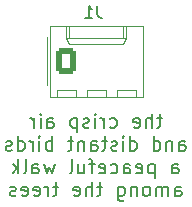
<source format=gbo>
G04 #@! TF.GenerationSoftware,KiCad,Pcbnew,6.0.2+dfsg-1*
G04 #@! TF.CreationDate,2022-12-16T18:51:45-08:00*
G04 #@! TF.ProjectId,mag_sensor,6d61675f-7365-46e7-936f-722e6b696361,rev?*
G04 #@! TF.SameCoordinates,Original*
G04 #@! TF.FileFunction,Legend,Bot*
G04 #@! TF.FilePolarity,Positive*
%FSLAX46Y46*%
G04 Gerber Fmt 4.6, Leading zero omitted, Abs format (unit mm)*
G04 Created by KiCad (PCBNEW 6.0.2+dfsg-1) date 2022-12-16 18:51:45*
%MOMM*%
%LPD*%
G01*
G04 APERTURE LIST*
G04 Aperture macros list*
%AMRoundRect*
0 Rectangle with rounded corners*
0 $1 Rounding radius*
0 $2 $3 $4 $5 $6 $7 $8 $9 X,Y pos of 4 corners*
0 Add a 4 corners polygon primitive as box body*
4,1,4,$2,$3,$4,$5,$6,$7,$8,$9,$2,$3,0*
0 Add four circle primitives for the rounded corners*
1,1,$1+$1,$2,$3*
1,1,$1+$1,$4,$5*
1,1,$1+$1,$6,$7*
1,1,$1+$1,$8,$9*
0 Add four rect primitives between the rounded corners*
20,1,$1+$1,$2,$3,$4,$5,0*
20,1,$1+$1,$4,$5,$6,$7,0*
20,1,$1+$1,$6,$7,$8,$9,0*
20,1,$1+$1,$8,$9,$2,$3,0*%
G04 Aperture macros list end*
%ADD10C,0.200000*%
%ADD11C,0.150000*%
%ADD12C,0.120000*%
%ADD13C,3.900000*%
%ADD14RoundRect,0.250000X-0.620000X-0.845000X0.620000X-0.845000X0.620000X0.845000X-0.620000X0.845000X0*%
%ADD15O,1.740000X2.190000*%
G04 APERTURE END LIST*
D10*
X155600000Y-100844857D02*
X155142857Y-100844857D01*
X155428571Y-100444857D02*
X155428571Y-101473428D01*
X155371428Y-101587714D01*
X155257142Y-101644857D01*
X155142857Y-101644857D01*
X154742857Y-101644857D02*
X154742857Y-100444857D01*
X154228571Y-101644857D02*
X154228571Y-101016285D01*
X154285714Y-100902000D01*
X154400000Y-100844857D01*
X154571428Y-100844857D01*
X154685714Y-100902000D01*
X154742857Y-100959142D01*
X153200000Y-101587714D02*
X153314285Y-101644857D01*
X153542857Y-101644857D01*
X153657142Y-101587714D01*
X153714285Y-101473428D01*
X153714285Y-101016285D01*
X153657142Y-100902000D01*
X153542857Y-100844857D01*
X153314285Y-100844857D01*
X153200000Y-100902000D01*
X153142857Y-101016285D01*
X153142857Y-101130571D01*
X153714285Y-101244857D01*
X151200000Y-101587714D02*
X151314285Y-101644857D01*
X151542857Y-101644857D01*
X151657142Y-101587714D01*
X151714285Y-101530571D01*
X151771428Y-101416285D01*
X151771428Y-101073428D01*
X151714285Y-100959142D01*
X151657142Y-100902000D01*
X151542857Y-100844857D01*
X151314285Y-100844857D01*
X151200000Y-100902000D01*
X150685714Y-101644857D02*
X150685714Y-100844857D01*
X150685714Y-101073428D02*
X150628571Y-100959142D01*
X150571428Y-100902000D01*
X150457142Y-100844857D01*
X150342857Y-100844857D01*
X149942857Y-101644857D02*
X149942857Y-100844857D01*
X149942857Y-100444857D02*
X150000000Y-100502000D01*
X149942857Y-100559142D01*
X149885714Y-100502000D01*
X149942857Y-100444857D01*
X149942857Y-100559142D01*
X149428571Y-101587714D02*
X149314285Y-101644857D01*
X149085714Y-101644857D01*
X148971428Y-101587714D01*
X148914285Y-101473428D01*
X148914285Y-101416285D01*
X148971428Y-101302000D01*
X149085714Y-101244857D01*
X149257142Y-101244857D01*
X149371428Y-101187714D01*
X149428571Y-101073428D01*
X149428571Y-101016285D01*
X149371428Y-100902000D01*
X149257142Y-100844857D01*
X149085714Y-100844857D01*
X148971428Y-100902000D01*
X148400000Y-100844857D02*
X148400000Y-102044857D01*
X148400000Y-100902000D02*
X148285714Y-100844857D01*
X148057142Y-100844857D01*
X147942857Y-100902000D01*
X147885714Y-100959142D01*
X147828571Y-101073428D01*
X147828571Y-101416285D01*
X147885714Y-101530571D01*
X147942857Y-101587714D01*
X148057142Y-101644857D01*
X148285714Y-101644857D01*
X148400000Y-101587714D01*
X145885714Y-101644857D02*
X145885714Y-101016285D01*
X145942857Y-100902000D01*
X146057142Y-100844857D01*
X146285714Y-100844857D01*
X146400000Y-100902000D01*
X145885714Y-101587714D02*
X146000000Y-101644857D01*
X146285714Y-101644857D01*
X146400000Y-101587714D01*
X146457142Y-101473428D01*
X146457142Y-101359142D01*
X146400000Y-101244857D01*
X146285714Y-101187714D01*
X146000000Y-101187714D01*
X145885714Y-101130571D01*
X145314285Y-101644857D02*
X145314285Y-100844857D01*
X145314285Y-100444857D02*
X145371428Y-100502000D01*
X145314285Y-100559142D01*
X145257142Y-100502000D01*
X145314285Y-100444857D01*
X145314285Y-100559142D01*
X144742857Y-101644857D02*
X144742857Y-100844857D01*
X144742857Y-101073428D02*
X144685714Y-100959142D01*
X144628571Y-100902000D01*
X144514285Y-100844857D01*
X144400000Y-100844857D01*
X157057142Y-103576857D02*
X157057142Y-102948285D01*
X157114285Y-102834000D01*
X157228571Y-102776857D01*
X157457142Y-102776857D01*
X157571428Y-102834000D01*
X157057142Y-103519714D02*
X157171428Y-103576857D01*
X157457142Y-103576857D01*
X157571428Y-103519714D01*
X157628571Y-103405428D01*
X157628571Y-103291142D01*
X157571428Y-103176857D01*
X157457142Y-103119714D01*
X157171428Y-103119714D01*
X157057142Y-103062571D01*
X156485714Y-102776857D02*
X156485714Y-103576857D01*
X156485714Y-102891142D02*
X156428571Y-102834000D01*
X156314285Y-102776857D01*
X156142857Y-102776857D01*
X156028571Y-102834000D01*
X155971428Y-102948285D01*
X155971428Y-103576857D01*
X154885714Y-103576857D02*
X154885714Y-102376857D01*
X154885714Y-103519714D02*
X155000000Y-103576857D01*
X155228571Y-103576857D01*
X155342857Y-103519714D01*
X155400000Y-103462571D01*
X155457142Y-103348285D01*
X155457142Y-103005428D01*
X155400000Y-102891142D01*
X155342857Y-102834000D01*
X155228571Y-102776857D01*
X155000000Y-102776857D01*
X154885714Y-102834000D01*
X152885714Y-103576857D02*
X152885714Y-102376857D01*
X152885714Y-103519714D02*
X153000000Y-103576857D01*
X153228571Y-103576857D01*
X153342857Y-103519714D01*
X153400000Y-103462571D01*
X153457142Y-103348285D01*
X153457142Y-103005428D01*
X153400000Y-102891142D01*
X153342857Y-102834000D01*
X153228571Y-102776857D01*
X153000000Y-102776857D01*
X152885714Y-102834000D01*
X152314285Y-103576857D02*
X152314285Y-102776857D01*
X152314285Y-102376857D02*
X152371428Y-102434000D01*
X152314285Y-102491142D01*
X152257142Y-102434000D01*
X152314285Y-102376857D01*
X152314285Y-102491142D01*
X151800000Y-103519714D02*
X151685714Y-103576857D01*
X151457142Y-103576857D01*
X151342857Y-103519714D01*
X151285714Y-103405428D01*
X151285714Y-103348285D01*
X151342857Y-103234000D01*
X151457142Y-103176857D01*
X151628571Y-103176857D01*
X151742857Y-103119714D01*
X151800000Y-103005428D01*
X151800000Y-102948285D01*
X151742857Y-102834000D01*
X151628571Y-102776857D01*
X151457142Y-102776857D01*
X151342857Y-102834000D01*
X150942857Y-102776857D02*
X150485714Y-102776857D01*
X150771428Y-102376857D02*
X150771428Y-103405428D01*
X150714285Y-103519714D01*
X150600000Y-103576857D01*
X150485714Y-103576857D01*
X149571428Y-103576857D02*
X149571428Y-102948285D01*
X149628571Y-102834000D01*
X149742857Y-102776857D01*
X149971428Y-102776857D01*
X150085714Y-102834000D01*
X149571428Y-103519714D02*
X149685714Y-103576857D01*
X149971428Y-103576857D01*
X150085714Y-103519714D01*
X150142857Y-103405428D01*
X150142857Y-103291142D01*
X150085714Y-103176857D01*
X149971428Y-103119714D01*
X149685714Y-103119714D01*
X149571428Y-103062571D01*
X149000000Y-102776857D02*
X149000000Y-103576857D01*
X149000000Y-102891142D02*
X148942857Y-102834000D01*
X148828571Y-102776857D01*
X148657142Y-102776857D01*
X148542857Y-102834000D01*
X148485714Y-102948285D01*
X148485714Y-103576857D01*
X148085714Y-102776857D02*
X147628571Y-102776857D01*
X147914285Y-102376857D02*
X147914285Y-103405428D01*
X147857142Y-103519714D01*
X147742857Y-103576857D01*
X147628571Y-103576857D01*
X146314285Y-103576857D02*
X146314285Y-102376857D01*
X146314285Y-102834000D02*
X146200000Y-102776857D01*
X145971428Y-102776857D01*
X145857142Y-102834000D01*
X145800000Y-102891142D01*
X145742857Y-103005428D01*
X145742857Y-103348285D01*
X145800000Y-103462571D01*
X145857142Y-103519714D01*
X145971428Y-103576857D01*
X146200000Y-103576857D01*
X146314285Y-103519714D01*
X145228571Y-103576857D02*
X145228571Y-102776857D01*
X145228571Y-102376857D02*
X145285714Y-102434000D01*
X145228571Y-102491142D01*
X145171428Y-102434000D01*
X145228571Y-102376857D01*
X145228571Y-102491142D01*
X144657142Y-103576857D02*
X144657142Y-102776857D01*
X144657142Y-103005428D02*
X144600000Y-102891142D01*
X144542857Y-102834000D01*
X144428571Y-102776857D01*
X144314285Y-102776857D01*
X143400000Y-103576857D02*
X143400000Y-102376857D01*
X143400000Y-103519714D02*
X143514285Y-103576857D01*
X143742857Y-103576857D01*
X143857142Y-103519714D01*
X143914285Y-103462571D01*
X143971428Y-103348285D01*
X143971428Y-103005428D01*
X143914285Y-102891142D01*
X143857142Y-102834000D01*
X143742857Y-102776857D01*
X143514285Y-102776857D01*
X143400000Y-102834000D01*
X142885714Y-103519714D02*
X142771428Y-103576857D01*
X142542857Y-103576857D01*
X142428571Y-103519714D01*
X142371428Y-103405428D01*
X142371428Y-103348285D01*
X142428571Y-103234000D01*
X142542857Y-103176857D01*
X142714285Y-103176857D01*
X142828571Y-103119714D01*
X142885714Y-103005428D01*
X142885714Y-102948285D01*
X142828571Y-102834000D01*
X142714285Y-102776857D01*
X142542857Y-102776857D01*
X142428571Y-102834000D01*
X156457142Y-105508857D02*
X156457142Y-104880285D01*
X156514285Y-104766000D01*
X156628571Y-104708857D01*
X156857142Y-104708857D01*
X156971428Y-104766000D01*
X156457142Y-105451714D02*
X156571428Y-105508857D01*
X156857142Y-105508857D01*
X156971428Y-105451714D01*
X157028571Y-105337428D01*
X157028571Y-105223142D01*
X156971428Y-105108857D01*
X156857142Y-105051714D01*
X156571428Y-105051714D01*
X156457142Y-104994571D01*
X154971428Y-104708857D02*
X154971428Y-105908857D01*
X154971428Y-104766000D02*
X154857142Y-104708857D01*
X154628571Y-104708857D01*
X154514285Y-104766000D01*
X154457142Y-104823142D01*
X154400000Y-104937428D01*
X154400000Y-105280285D01*
X154457142Y-105394571D01*
X154514285Y-105451714D01*
X154628571Y-105508857D01*
X154857142Y-105508857D01*
X154971428Y-105451714D01*
X153428571Y-105451714D02*
X153542857Y-105508857D01*
X153771428Y-105508857D01*
X153885714Y-105451714D01*
X153942857Y-105337428D01*
X153942857Y-104880285D01*
X153885714Y-104766000D01*
X153771428Y-104708857D01*
X153542857Y-104708857D01*
X153428571Y-104766000D01*
X153371428Y-104880285D01*
X153371428Y-104994571D01*
X153942857Y-105108857D01*
X152342857Y-105508857D02*
X152342857Y-104880285D01*
X152400000Y-104766000D01*
X152514285Y-104708857D01*
X152742857Y-104708857D01*
X152857142Y-104766000D01*
X152342857Y-105451714D02*
X152457142Y-105508857D01*
X152742857Y-105508857D01*
X152857142Y-105451714D01*
X152914285Y-105337428D01*
X152914285Y-105223142D01*
X152857142Y-105108857D01*
X152742857Y-105051714D01*
X152457142Y-105051714D01*
X152342857Y-104994571D01*
X151257142Y-105451714D02*
X151371428Y-105508857D01*
X151600000Y-105508857D01*
X151714285Y-105451714D01*
X151771428Y-105394571D01*
X151828571Y-105280285D01*
X151828571Y-104937428D01*
X151771428Y-104823142D01*
X151714285Y-104766000D01*
X151600000Y-104708857D01*
X151371428Y-104708857D01*
X151257142Y-104766000D01*
X150285714Y-105451714D02*
X150400000Y-105508857D01*
X150628571Y-105508857D01*
X150742857Y-105451714D01*
X150800000Y-105337428D01*
X150800000Y-104880285D01*
X150742857Y-104766000D01*
X150628571Y-104708857D01*
X150400000Y-104708857D01*
X150285714Y-104766000D01*
X150228571Y-104880285D01*
X150228571Y-104994571D01*
X150800000Y-105108857D01*
X149885714Y-104708857D02*
X149428571Y-104708857D01*
X149714285Y-105508857D02*
X149714285Y-104480285D01*
X149657142Y-104366000D01*
X149542857Y-104308857D01*
X149428571Y-104308857D01*
X148514285Y-104708857D02*
X148514285Y-105508857D01*
X149028571Y-104708857D02*
X149028571Y-105337428D01*
X148971428Y-105451714D01*
X148857142Y-105508857D01*
X148685714Y-105508857D01*
X148571428Y-105451714D01*
X148514285Y-105394571D01*
X147771428Y-105508857D02*
X147885714Y-105451714D01*
X147942857Y-105337428D01*
X147942857Y-104308857D01*
X146514285Y-104708857D02*
X146285714Y-105508857D01*
X146057142Y-104937428D01*
X145828571Y-105508857D01*
X145600000Y-104708857D01*
X144628571Y-105508857D02*
X144628571Y-104880285D01*
X144685714Y-104766000D01*
X144800000Y-104708857D01*
X145028571Y-104708857D01*
X145142857Y-104766000D01*
X144628571Y-105451714D02*
X144742857Y-105508857D01*
X145028571Y-105508857D01*
X145142857Y-105451714D01*
X145200000Y-105337428D01*
X145200000Y-105223142D01*
X145142857Y-105108857D01*
X145028571Y-105051714D01*
X144742857Y-105051714D01*
X144628571Y-104994571D01*
X143885714Y-105508857D02*
X144000000Y-105451714D01*
X144057142Y-105337428D01*
X144057142Y-104308857D01*
X143428571Y-105508857D02*
X143428571Y-104308857D01*
X143314285Y-105051714D02*
X142971428Y-105508857D01*
X142971428Y-104708857D02*
X143428571Y-105166000D01*
X156714285Y-107440857D02*
X156714285Y-106812285D01*
X156771428Y-106698000D01*
X156885714Y-106640857D01*
X157114285Y-106640857D01*
X157228571Y-106698000D01*
X156714285Y-107383714D02*
X156828571Y-107440857D01*
X157114285Y-107440857D01*
X157228571Y-107383714D01*
X157285714Y-107269428D01*
X157285714Y-107155142D01*
X157228571Y-107040857D01*
X157114285Y-106983714D01*
X156828571Y-106983714D01*
X156714285Y-106926571D01*
X156142857Y-107440857D02*
X156142857Y-106640857D01*
X156142857Y-106755142D02*
X156085714Y-106698000D01*
X155971428Y-106640857D01*
X155800000Y-106640857D01*
X155685714Y-106698000D01*
X155628571Y-106812285D01*
X155628571Y-107440857D01*
X155628571Y-106812285D02*
X155571428Y-106698000D01*
X155457142Y-106640857D01*
X155285714Y-106640857D01*
X155171428Y-106698000D01*
X155114285Y-106812285D01*
X155114285Y-107440857D01*
X154371428Y-107440857D02*
X154485714Y-107383714D01*
X154542857Y-107326571D01*
X154600000Y-107212285D01*
X154600000Y-106869428D01*
X154542857Y-106755142D01*
X154485714Y-106698000D01*
X154371428Y-106640857D01*
X154200000Y-106640857D01*
X154085714Y-106698000D01*
X154028571Y-106755142D01*
X153971428Y-106869428D01*
X153971428Y-107212285D01*
X154028571Y-107326571D01*
X154085714Y-107383714D01*
X154200000Y-107440857D01*
X154371428Y-107440857D01*
X153457142Y-106640857D02*
X153457142Y-107440857D01*
X153457142Y-106755142D02*
X153400000Y-106698000D01*
X153285714Y-106640857D01*
X153114285Y-106640857D01*
X153000000Y-106698000D01*
X152942857Y-106812285D01*
X152942857Y-107440857D01*
X151857142Y-106640857D02*
X151857142Y-107612285D01*
X151914285Y-107726571D01*
X151971428Y-107783714D01*
X152085714Y-107840857D01*
X152257142Y-107840857D01*
X152371428Y-107783714D01*
X151857142Y-107383714D02*
X151971428Y-107440857D01*
X152200000Y-107440857D01*
X152314285Y-107383714D01*
X152371428Y-107326571D01*
X152428571Y-107212285D01*
X152428571Y-106869428D01*
X152371428Y-106755142D01*
X152314285Y-106698000D01*
X152200000Y-106640857D01*
X151971428Y-106640857D01*
X151857142Y-106698000D01*
X150542857Y-106640857D02*
X150085714Y-106640857D01*
X150371428Y-106240857D02*
X150371428Y-107269428D01*
X150314285Y-107383714D01*
X150200000Y-107440857D01*
X150085714Y-107440857D01*
X149685714Y-107440857D02*
X149685714Y-106240857D01*
X149171428Y-107440857D02*
X149171428Y-106812285D01*
X149228571Y-106698000D01*
X149342857Y-106640857D01*
X149514285Y-106640857D01*
X149628571Y-106698000D01*
X149685714Y-106755142D01*
X148142857Y-107383714D02*
X148257142Y-107440857D01*
X148485714Y-107440857D01*
X148600000Y-107383714D01*
X148657142Y-107269428D01*
X148657142Y-106812285D01*
X148600000Y-106698000D01*
X148485714Y-106640857D01*
X148257142Y-106640857D01*
X148142857Y-106698000D01*
X148085714Y-106812285D01*
X148085714Y-106926571D01*
X148657142Y-107040857D01*
X146828571Y-106640857D02*
X146371428Y-106640857D01*
X146657142Y-106240857D02*
X146657142Y-107269428D01*
X146600000Y-107383714D01*
X146485714Y-107440857D01*
X146371428Y-107440857D01*
X145971428Y-107440857D02*
X145971428Y-106640857D01*
X145971428Y-106869428D02*
X145914285Y-106755142D01*
X145857142Y-106698000D01*
X145742857Y-106640857D01*
X145628571Y-106640857D01*
X144771428Y-107383714D02*
X144885714Y-107440857D01*
X145114285Y-107440857D01*
X145228571Y-107383714D01*
X145285714Y-107269428D01*
X145285714Y-106812285D01*
X145228571Y-106698000D01*
X145114285Y-106640857D01*
X144885714Y-106640857D01*
X144771428Y-106698000D01*
X144714285Y-106812285D01*
X144714285Y-106926571D01*
X145285714Y-107040857D01*
X143742857Y-107383714D02*
X143857142Y-107440857D01*
X144085714Y-107440857D01*
X144200000Y-107383714D01*
X144257142Y-107269428D01*
X144257142Y-106812285D01*
X144200000Y-106698000D01*
X144085714Y-106640857D01*
X143857142Y-106640857D01*
X143742857Y-106698000D01*
X143685714Y-106812285D01*
X143685714Y-106926571D01*
X144257142Y-107040857D01*
X143228571Y-107383714D02*
X143114285Y-107440857D01*
X142885714Y-107440857D01*
X142771428Y-107383714D01*
X142714285Y-107269428D01*
X142714285Y-107212285D01*
X142771428Y-107098000D01*
X142885714Y-107040857D01*
X143057142Y-107040857D01*
X143171428Y-106983714D01*
X143228571Y-106869428D01*
X143228571Y-106812285D01*
X143171428Y-106698000D01*
X143057142Y-106640857D01*
X142885714Y-106640857D01*
X142771428Y-106698000D01*
D11*
X150123333Y-91322380D02*
X150123333Y-92036666D01*
X150170952Y-92179523D01*
X150266190Y-92274761D01*
X150409047Y-92322380D01*
X150504285Y-92322380D01*
X149123333Y-92322380D02*
X149694761Y-92322380D01*
X149409047Y-92322380D02*
X149409047Y-91322380D01*
X149504285Y-91465238D01*
X149599523Y-91560476D01*
X149694761Y-91608095D01*
D12*
X152580000Y-94010000D02*
X152580000Y-93010000D01*
X151780000Y-98430000D02*
X153380000Y-98430000D01*
X149240000Y-98430000D02*
X150840000Y-98430000D01*
X147500000Y-94010000D02*
X152580000Y-94010000D01*
X145830000Y-98000000D02*
X145830000Y-94000000D01*
X151780000Y-99030000D02*
X151780000Y-98430000D01*
X146120000Y-99030000D02*
X146120000Y-93010000D01*
X147500000Y-94010000D02*
X147750000Y-94540000D01*
X147750000Y-94540000D02*
X152330000Y-94540000D01*
X153380000Y-98430000D02*
X153380000Y-99030000D01*
X149240000Y-99030000D02*
X149240000Y-98430000D01*
X152330000Y-93010000D02*
X152330000Y-94010000D01*
X153960000Y-99030000D02*
X146120000Y-99030000D01*
X152330000Y-94540000D02*
X152580000Y-94010000D01*
X147750000Y-93010000D02*
X147750000Y-94010000D01*
X146700000Y-98430000D02*
X148300000Y-98430000D01*
X146120000Y-93010000D02*
X153960000Y-93010000D01*
X146700000Y-99030000D02*
X146700000Y-98430000D01*
X150840000Y-98430000D02*
X150840000Y-99030000D01*
X148300000Y-98430000D02*
X148300000Y-99030000D01*
X153960000Y-93010000D02*
X153960000Y-99030000D01*
X147500000Y-93010000D02*
X147500000Y-94010000D01*
%LPC*%
D13*
X136000000Y-93000000D03*
X164000000Y-93000000D03*
X136000000Y-107000000D03*
X164000000Y-107000000D03*
D14*
X147500000Y-96000000D03*
D15*
X150040000Y-96000000D03*
X152580000Y-96000000D03*
M02*

</source>
